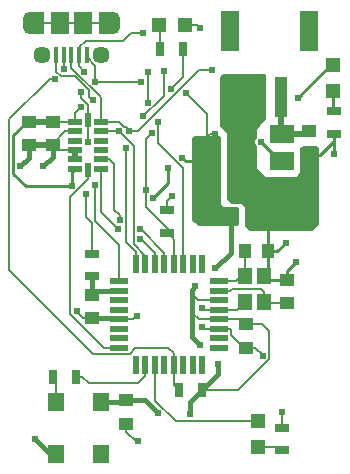
<source format=gbr>
G04 #@! TF.GenerationSoftware,KiCad,Pcbnew,5.0.0-fee4fd1~66~ubuntu16.04.1*
G04 #@! TF.CreationDate,2019-02-25T08:40:39-05:00*
G04 #@! TF.ProjectId,circuit,636972637569742E6B696361645F7063,rev?*
G04 #@! TF.SameCoordinates,Original*
G04 #@! TF.FileFunction,Copper,L1,Top,Signal*
G04 #@! TF.FilePolarity,Positive*
%FSLAX46Y46*%
G04 Gerber Fmt 4.6, Leading zero omitted, Abs format (unit mm)*
G04 Created by KiCad (PCBNEW 5.0.0-fee4fd1~66~ubuntu16.04.1) date Mon Feb 25 08:40:39 2019*
%MOMM*%
%LPD*%
G01*
G04 APERTURE LIST*
G04 #@! TA.AperFunction,SMDPad,CuDef*
%ADD10R,1.145000X0.550000*%
G04 #@! TD*
G04 #@! TA.AperFunction,SMDPad,CuDef*
%ADD11R,0.550000X1.145000*%
G04 #@! TD*
G04 #@! TA.AperFunction,SMDPad,CuDef*
%ADD12R,1.250000X1.000000*%
G04 #@! TD*
G04 #@! TA.AperFunction,SMDPad,CuDef*
%ADD13R,1.000000X1.250000*%
G04 #@! TD*
G04 #@! TA.AperFunction,SMDPad,CuDef*
%ADD14R,1.200000X1.200000*%
G04 #@! TD*
G04 #@! TA.AperFunction,SMDPad,CuDef*
%ADD15R,1.000000X3.500000*%
G04 #@! TD*
G04 #@! TA.AperFunction,SMDPad,CuDef*
%ADD16R,1.500000X3.400000*%
G04 #@! TD*
G04 #@! TA.AperFunction,SMDPad,CuDef*
%ADD17R,1.300000X0.700000*%
G04 #@! TD*
G04 #@! TA.AperFunction,SMDPad,CuDef*
%ADD18R,0.700000X1.300000*%
G04 #@! TD*
G04 #@! TA.AperFunction,SMDPad,CuDef*
%ADD19R,1.400000X1.500000*%
G04 #@! TD*
G04 #@! TA.AperFunction,SMDPad,CuDef*
%ADD20R,1.600000X0.550000*%
G04 #@! TD*
G04 #@! TA.AperFunction,SMDPad,CuDef*
%ADD21R,0.550000X1.600000*%
G04 #@! TD*
G04 #@! TA.AperFunction,SMDPad,CuDef*
%ADD22R,1.200000X1.400000*%
G04 #@! TD*
G04 #@! TA.AperFunction,SMDPad,CuDef*
%ADD23R,1.200000X1.900000*%
G04 #@! TD*
G04 #@! TA.AperFunction,ComponentPad*
%ADD24O,1.200000X1.900000*%
G04 #@! TD*
G04 #@! TA.AperFunction,SMDPad,CuDef*
%ADD25R,1.500000X1.900000*%
G04 #@! TD*
G04 #@! TA.AperFunction,ComponentPad*
%ADD26C,1.450000*%
G04 #@! TD*
G04 #@! TA.AperFunction,SMDPad,CuDef*
%ADD27R,0.400000X1.350000*%
G04 #@! TD*
G04 #@! TA.AperFunction,SMDPad,CuDef*
%ADD28R,2.000000X1.500000*%
G04 #@! TD*
G04 #@! TA.AperFunction,SMDPad,CuDef*
%ADD29R,2.000000X3.800000*%
G04 #@! TD*
G04 #@! TA.AperFunction,ViaPad*
%ADD30C,0.609600*%
G04 #@! TD*
G04 #@! TA.AperFunction,Conductor*
%ADD31C,0.508000*%
G04 #@! TD*
G04 #@! TA.AperFunction,Conductor*
%ADD32C,0.381000*%
G04 #@! TD*
G04 #@! TA.AperFunction,Conductor*
%ADD33C,0.254000*%
G04 #@! TD*
G04 #@! TA.AperFunction,Conductor*
%ADD34C,0.152400*%
G04 #@! TD*
G04 APERTURE END LIST*
D10*
G04 #@! TO.P,U3,6*
G04 #@! TO.N,VCC*
X189643800Y-88428580D03*
G04 #@! TO.P,U3,1*
X189643800Y-84428580D03*
G04 #@! TO.P,U3,5*
G04 #@! TO.N,GND*
X189643800Y-87628580D03*
G04 #@! TO.P,U3,2*
X189643800Y-85228580D03*
G04 #@! TO.P,U3,13*
G04 #@! TO.N,/miso*
X191838800Y-84428580D03*
G04 #@! TO.P,U3,12*
G04 #@! TO.N,/mosi*
X191838800Y-85228580D03*
G04 #@! TO.P,U3,8*
G04 #@! TO.N,/INT1*
X191838800Y-88428580D03*
G04 #@! TO.P,U3,9*
G04 #@! TO.N,/INT2*
X191838800Y-87628580D03*
G04 #@! TO.P,U3,*
G04 #@! TO.N,*
X189643800Y-86028580D03*
G04 #@! TO.P,U3,4*
G04 #@! TO.N,GND*
X189643800Y-86828580D03*
G04 #@! TO.P,U3,*
G04 #@! TO.N,*
X191838800Y-86028580D03*
X191838800Y-86828580D03*
D11*
G04 #@! TO.P,U3,14*
G04 #@! TO.N,/sck*
X190741300Y-84331080D03*
G04 #@! TO.P,U3,7*
G04 #@! TO.N,/Slave_Select*
X190741300Y-88526080D03*
G04 #@! TD*
D12*
G04 #@! TO.P,C1,1*
G04 #@! TO.N,VCC*
X193987420Y-108022640D03*
G04 #@! TO.P,C1,2*
G04 #@! TO.N,GND*
X193987420Y-110022640D03*
G04 #@! TD*
G04 #@! TO.P,C4,2*
G04 #@! TO.N,GND*
X207627220Y-97818700D03*
G04 #@! TO.P,C4,1*
G04 #@! TO.N,Net-(C4-Pad1)*
X207627220Y-99818700D03*
G04 #@! TD*
D13*
G04 #@! TO.P,C5,1*
G04 #@! TO.N,Net-(C5-Pad1)*
X204005940Y-95410020D03*
G04 #@! TO.P,C5,2*
G04 #@! TO.N,GND*
X206005940Y-95410020D03*
G04 #@! TD*
D12*
G04 #@! TO.P,C6,2*
G04 #@! TO.N,GND*
X191117220Y-101068380D03*
G04 #@! TO.P,C6,1*
G04 #@! TO.N,Net-(C6-Pad1)*
X191117220Y-99068380D03*
G04 #@! TD*
G04 #@! TO.P,C7,1*
G04 #@! TO.N,GND*
X204099160Y-103572060D03*
G04 #@! TO.P,C7,2*
G04 #@! TO.N,VCC*
X204099160Y-101572060D03*
G04 #@! TD*
D14*
G04 #@! TO.P,D1,1*
G04 #@! TO.N,GND*
X198948400Y-76248260D03*
G04 #@! TO.P,D1,2*
G04 #@! TO.N,Net-(D1-Pad2)*
X196748400Y-76248260D03*
G04 #@! TD*
G04 #@! TO.P,D2,2*
G04 #@! TO.N,/P_LED_1*
X205173580Y-109816720D03*
G04 #@! TO.P,D2,1*
G04 #@! TO.N,Net-(D2-Pad1)*
X205173580Y-112016720D03*
G04 #@! TD*
G04 #@! TO.P,D3,2*
G04 #@! TO.N,VCC*
X211528660Y-79651500D03*
G04 #@! TO.P,D3,1*
G04 #@! TO.N,Net-(D3-Pad1)*
X211528660Y-81851500D03*
G04 #@! TD*
D15*
G04 #@! TO.P,J1,1*
G04 #@! TO.N,/Battery+*
X207116680Y-82344260D03*
G04 #@! TO.P,J1,2*
G04 #@! TO.N,GND*
X205116680Y-82344260D03*
D16*
G04 #@! TO.P,J1,*
G04 #@! TO.N,*
X209466680Y-76794260D03*
X202766680Y-76794260D03*
G04 #@! TD*
D17*
G04 #@! TO.P,R1,1*
G04 #@! TO.N,GND*
X207180180Y-110368040D03*
G04 #@! TO.P,R1,2*
G04 #@! TO.N,Net-(D2-Pad1)*
X207180180Y-112268040D03*
G04 #@! TD*
D18*
G04 #@! TO.P,R2,1*
G04 #@! TO.N,/cardIN*
X198750000Y-78315820D03*
G04 #@! TO.P,R2,2*
G04 #@! TO.N,Net-(D1-Pad2)*
X196850000Y-78315820D03*
G04 #@! TD*
D17*
G04 #@! TO.P,R3,2*
G04 #@! TO.N,Net-(D3-Pad1)*
X211576920Y-83550720D03*
G04 #@! TO.P,R3,1*
G04 #@! TO.N,GND*
X211576920Y-85450720D03*
G04 #@! TD*
G04 #@! TO.P,R4,1*
G04 #@! TO.N,/cardIN*
X197464680Y-93847960D03*
G04 #@! TO.P,R4,2*
G04 #@! TO.N,GND*
X197464680Y-91947960D03*
G04 #@! TD*
D18*
G04 #@! TO.P,R5,2*
G04 #@! TO.N,/Neopix*
X189725380Y-106011980D03*
G04 #@! TO.P,R5,1*
G04 #@! TO.N,Net-(R5-Pad1)*
X187825380Y-106011980D03*
G04 #@! TD*
G04 #@! TO.P,R6,2*
G04 #@! TO.N,VCC*
X200367940Y-107188000D03*
G04 #@! TO.P,R6,1*
G04 #@! TO.N,/RESET*
X198467940Y-107188000D03*
G04 #@! TD*
D17*
G04 #@! TO.P,R7,1*
G04 #@! TO.N,VCC*
X191114680Y-95595400D03*
G04 #@! TO.P,R7,2*
G04 #@! TO.N,Net-(C6-Pad1)*
X191114680Y-97495400D03*
G04 #@! TD*
D19*
G04 #@! TO.P,U1,1*
G04 #@! TO.N,VCC*
X191843820Y-108157920D03*
G04 #@! TO.P,U1,2*
G04 #@! TO.N,Net-(R5-Pad1)*
X188043820Y-108157920D03*
G04 #@! TO.P,U1,4*
G04 #@! TO.N,Net-(U1-Pad4)*
X191843820Y-112557920D03*
G04 #@! TO.P,U1,3*
G04 #@! TO.N,GND*
X188043820Y-112557920D03*
G04 #@! TD*
D20*
G04 #@! TO.P,U4,1*
G04 #@! TO.N,Net-(U4-Pad1)*
X201856920Y-103556720D03*
G04 #@! TO.P,U4,2*
G04 #@! TO.N,Net-(U4-Pad2)*
X201856920Y-102756720D03*
G04 #@! TO.P,U4,3*
G04 #@! TO.N,GND*
X201856920Y-101956720D03*
G04 #@! TO.P,U4,4*
G04 #@! TO.N,VCC*
X201856920Y-101156720D03*
G04 #@! TO.P,U4,5*
G04 #@! TO.N,GND*
X201856920Y-100356720D03*
G04 #@! TO.P,U4,6*
G04 #@! TO.N,VCC*
X201856920Y-99556720D03*
G04 #@! TO.P,U4,7*
G04 #@! TO.N,Net-(C4-Pad1)*
X201856920Y-98756720D03*
G04 #@! TO.P,U4,8*
G04 #@! TO.N,Net-(C5-Pad1)*
X201856920Y-97956720D03*
D21*
G04 #@! TO.P,U4,9*
G04 #@! TO.N,Net-(U4-Pad9)*
X200406920Y-96506720D03*
G04 #@! TO.P,U4,10*
G04 #@! TO.N,Net-(U4-Pad10)*
X199606920Y-96506720D03*
G04 #@! TO.P,U4,11*
G04 #@! TO.N,/SD_Select*
X198806920Y-96506720D03*
G04 #@! TO.P,U4,12*
G04 #@! TO.N,/cardIN*
X198006920Y-96506720D03*
G04 #@! TO.P,U4,13*
G04 #@! TO.N,/INT2*
X197206920Y-96506720D03*
G04 #@! TO.P,U4,14*
G04 #@! TO.N,/INT1*
X196406920Y-96506720D03*
G04 #@! TO.P,U4,15*
G04 #@! TO.N,/mosi*
X195606920Y-96506720D03*
G04 #@! TO.P,U4,16*
G04 #@! TO.N,/miso*
X194806920Y-96506720D03*
D20*
G04 #@! TO.P,U4,17*
G04 #@! TO.N,/sck*
X193356920Y-97956720D03*
G04 #@! TO.P,U4,18*
G04 #@! TO.N,Net-(C6-Pad1)*
X193356920Y-98756720D03*
G04 #@! TO.P,U4,19*
G04 #@! TO.N,Net-(U4-Pad19)*
X193356920Y-99556720D03*
G04 #@! TO.P,U4,20*
G04 #@! TO.N,Net-(U4-Pad20)*
X193356920Y-100356720D03*
G04 #@! TO.P,U4,21*
G04 #@! TO.N,GND*
X193356920Y-101156720D03*
G04 #@! TO.P,U4,22*
G04 #@! TO.N,Net-(U4-Pad22)*
X193356920Y-101956720D03*
G04 #@! TO.P,U4,23*
G04 #@! TO.N,Net-(U4-Pad23)*
X193356920Y-102756720D03*
G04 #@! TO.P,U4,24*
G04 #@! TO.N,/Slave_Select*
X193356920Y-103556720D03*
D21*
G04 #@! TO.P,U4,25*
G04 #@! TO.N,Net-(U4-Pad25)*
X194806920Y-105006720D03*
G04 #@! TO.P,U4,26*
G04 #@! TO.N,/Neopix*
X195606920Y-105006720D03*
G04 #@! TO.P,U4,27*
G04 #@! TO.N,/P_LED_1*
X196406920Y-105006720D03*
G04 #@! TO.P,U4,28*
G04 #@! TO.N,Net-(U4-Pad28)*
X197206920Y-105006720D03*
G04 #@! TO.P,U4,29*
G04 #@! TO.N,/RESET*
X198006920Y-105006720D03*
G04 #@! TO.P,U4,30*
G04 #@! TO.N,Net-(U4-Pad30)*
X198806920Y-105006720D03*
G04 #@! TO.P,U4,31*
G04 #@! TO.N,Net-(U4-Pad31)*
X199606920Y-105006720D03*
G04 #@! TO.P,U4,32*
G04 #@! TO.N,Net-(U4-Pad32)*
X200406920Y-105006720D03*
G04 #@! TD*
D22*
G04 #@! TO.P,Y1,1*
G04 #@! TO.N,Net-(C4-Pad1)*
X205663700Y-99728200D03*
G04 #@! TO.P,Y1,2*
G04 #@! TO.N,GND*
X205663700Y-97528200D03*
G04 #@! TO.P,Y1,3*
G04 #@! TO.N,Net-(C5-Pad1)*
X204063700Y-97528200D03*
G04 #@! TO.P,Y1,4*
G04 #@! TO.N,GND*
X204063700Y-99728200D03*
G04 #@! TD*
D23*
G04 #@! TO.P,J5,6*
G04 #@! TO.N,GND*
X192249380Y-76083680D03*
X186449380Y-76083680D03*
D24*
X185849380Y-76083680D03*
X192849380Y-76083680D03*
D25*
X190349380Y-76083680D03*
D26*
X186849380Y-78783680D03*
D27*
G04 #@! TO.P,J5,3*
G04 #@! TO.N,/miso*
X189349380Y-78783680D03*
G04 #@! TO.P,J5,4*
G04 #@! TO.N,/RESET*
X188699380Y-78783680D03*
G04 #@! TO.P,J5,5*
G04 #@! TO.N,/mosi*
X188049380Y-78783680D03*
G04 #@! TO.P,J5,1*
G04 #@! TO.N,VCC*
X190649380Y-78783680D03*
G04 #@! TO.P,J5,2*
G04 #@! TO.N,/sck*
X189999380Y-78783680D03*
D26*
G04 #@! TO.P,J5,6*
G04 #@! TO.N,GND*
X191849380Y-78783680D03*
D25*
X188349380Y-76083680D03*
G04 #@! TD*
D12*
G04 #@! TO.P,C2,1*
G04 #@! TO.N,/Battery+*
X209494120Y-85248240D03*
G04 #@! TO.P,C2,2*
G04 #@! TO.N,GND*
X209494120Y-87248240D03*
G04 #@! TD*
D13*
G04 #@! TO.P,C3,2*
G04 #@! TO.N,GND*
X204819760Y-92458540D03*
G04 #@! TO.P,C3,1*
G04 #@! TO.N,VCC*
X202819760Y-92458540D03*
G04 #@! TD*
D28*
G04 #@! TO.P,U2,1*
G04 #@! TO.N,GND*
X207132320Y-90074780D03*
G04 #@! TO.P,U2,3*
G04 #@! TO.N,/Battery+*
X207132320Y-85474780D03*
G04 #@! TO.P,U2,2*
G04 #@! TO.N,VCC*
X207132320Y-87774780D03*
D29*
G04 #@! TO.P,U2,4*
X200832320Y-87774780D03*
G04 #@! TD*
D12*
G04 #@! TO.P,C8,1*
G04 #@! TO.N,VCC*
X187756800Y-84437980D03*
G04 #@! TO.P,C8,2*
G04 #@! TO.N,GND*
X187756800Y-86437980D03*
G04 #@! TD*
G04 #@! TO.P,C9,2*
G04 #@! TO.N,GND*
X185722260Y-86440520D03*
G04 #@! TO.P,C9,1*
G04 #@! TO.N,VCC*
X185722260Y-84440520D03*
G04 #@! TD*
D30*
G04 #@! TO.N,GND*
X185018680Y-88204040D03*
X186959240Y-88198960D03*
X211541360Y-87198200D03*
X206618840Y-92969080D03*
X208742280Y-93080840D03*
X209819240Y-92364560D03*
X209793840Y-90119200D03*
X203631800Y-81041240D03*
X202371960Y-82067400D03*
X202539600Y-84480400D03*
X207472280Y-94691200D03*
X208396840Y-96347280D03*
X205531720Y-104302560D03*
X207187800Y-109047280D03*
X194863720Y-100863400D03*
X194939920Y-111465360D03*
X186298840Y-111312960D03*
X197886320Y-90708480D03*
X200380600Y-100223320D03*
X200411080Y-101843840D03*
X189788800Y-100482400D03*
X200233280Y-76514960D03*
G04 #@! TO.N,/miso*
X193988709Y-86620331D03*
X194233800Y-85206840D03*
X201218800Y-80025240D03*
G04 #@! TO.N,/sck*
X190178709Y-81890851D03*
X190433801Y-80193039D03*
X195376800Y-76911200D03*
X190754000Y-86187280D03*
X191305400Y-89829640D03*
G04 #@! TO.N,/mosi*
X193344800Y-85222080D03*
X191135000Y-82621120D03*
X195417440Y-83987640D03*
X197175120Y-80142080D03*
G04 #@! TO.N,/RESET*
X188737240Y-80010000D03*
X187930809Y-80821511D03*
G04 #@! TO.N,/cardIN*
X195661280Y-90185240D03*
X197739000Y-81681320D03*
X196174360Y-85369400D03*
G04 #@! TO.N,/SD_Select*
X196707760Y-84424520D03*
X195817509Y-82833229D03*
X195803520Y-80218280D03*
G04 #@! TO.N,/INT2*
X195183760Y-93558360D03*
X193456560Y-92793230D03*
G04 #@! TO.N,/INT1*
X195135500Y-94343220D03*
X193273680Y-93532960D03*
G04 #@! TO.N,VCC*
X205369160Y-86172040D03*
X208528920Y-82392520D03*
X196712840Y-109128560D03*
X199420480Y-109143800D03*
X198699120Y-87467440D03*
X197551040Y-88346280D03*
X196225160Y-90911680D03*
X189392448Y-89875248D03*
X201503280Y-85481160D03*
X190124080Y-83200240D03*
X191358520Y-81046320D03*
X190545720Y-90591641D03*
X195275200Y-81102200D03*
X201538840Y-96814640D03*
X199842120Y-98348800D03*
X200197720Y-103352600D03*
X201762360Y-104947720D03*
X199044560Y-82021680D03*
G04 #@! TD*
D31*
G04 #@! TO.N,GND*
X187754260Y-86440520D02*
X187756800Y-86437980D01*
X185722260Y-86440520D02*
X187754260Y-86440520D01*
X189643800Y-86828580D02*
X189643800Y-87628580D01*
D32*
X193268580Y-101068380D02*
X193356920Y-101156720D01*
X191117220Y-101068380D02*
X193268580Y-101068380D01*
X185722260Y-87500460D02*
X185018680Y-88204040D01*
X185722260Y-86440520D02*
X185722260Y-87500460D01*
X187756800Y-87401400D02*
X186959240Y-88198960D01*
X187756800Y-86437980D02*
X187756800Y-87401400D01*
D33*
X210373120Y-87248240D02*
X209494120Y-87248240D01*
X210383400Y-87248240D02*
X210373120Y-87248240D01*
X211576920Y-86054720D02*
X210383400Y-87248240D01*
X211576920Y-85450720D02*
X211576920Y-86054720D01*
X209494120Y-87248240D02*
X209494120Y-87751920D01*
X211576920Y-87162640D02*
X211541360Y-87198200D01*
X211576920Y-85450720D02*
X211576920Y-87162640D01*
X206108300Y-92458540D02*
X206618840Y-92969080D01*
X204819760Y-92458540D02*
X206108300Y-92458540D01*
X209102960Y-93080840D02*
X209819240Y-92364560D01*
X208742280Y-93080840D02*
X209102960Y-93080840D01*
X209793840Y-87547960D02*
X209494120Y-87248240D01*
X209793840Y-90119200D02*
X209793840Y-87547960D01*
X204934820Y-82344260D02*
X203631800Y-81041240D01*
X205116680Y-82344260D02*
X204934820Y-82344260D01*
X202371960Y-84312760D02*
X202539600Y-84480400D01*
X202371960Y-82067400D02*
X202371960Y-84312760D01*
X205573760Y-92458540D02*
X206005940Y-92890720D01*
X206005940Y-92890720D02*
X206005940Y-95410020D01*
X204819760Y-92458540D02*
X205573760Y-92458540D01*
X206005940Y-97185960D02*
X205663700Y-97528200D01*
X206005940Y-95410020D02*
X206005940Y-97185960D01*
X205954200Y-97818700D02*
X205663700Y-97528200D01*
X207627220Y-97818700D02*
X205954200Y-97818700D01*
X206753460Y-95410020D02*
X207472280Y-94691200D01*
X206005940Y-95410020D02*
X206753460Y-95410020D01*
X207627220Y-97116900D02*
X208396840Y-96347280D01*
X207627220Y-97818700D02*
X207627220Y-97116900D01*
D34*
X204063700Y-99728200D02*
X204020240Y-99728200D01*
X203391720Y-100356720D02*
X201856920Y-100356720D01*
X204020240Y-99728200D02*
X203391720Y-100356720D01*
X202809320Y-101956720D02*
X201856920Y-101956720D01*
X202885521Y-102032921D02*
X202809320Y-101956720D01*
X202885521Y-102483421D02*
X202885521Y-102032921D01*
X203974160Y-103572060D02*
X202885521Y-102483421D01*
X204099160Y-103572060D02*
X203974160Y-103572060D01*
X204876560Y-103572060D02*
X205531720Y-104227220D01*
X205531720Y-104227220D02*
X205531720Y-104302560D01*
X204099160Y-103572060D02*
X204876560Y-103572060D01*
X207180180Y-109054900D02*
X207187800Y-109047280D01*
X207180180Y-110368040D02*
X207180180Y-109054900D01*
X194570400Y-101156720D02*
X194863720Y-100863400D01*
X193356920Y-101156720D02*
X194570400Y-101156720D01*
X194777740Y-111465360D02*
X194939920Y-111465360D01*
X193987420Y-110675040D02*
X194777740Y-111465360D01*
X193987420Y-110022640D02*
X193987420Y-110675040D01*
D32*
X187543800Y-112557920D02*
X186298840Y-111312960D01*
X188043820Y-112557920D02*
X187543800Y-112557920D01*
D34*
X187446980Y-76083680D02*
X186449380Y-76083680D01*
X188349380Y-76083680D02*
X187446980Y-76083680D01*
X191251780Y-76083680D02*
X192249380Y-76083680D01*
X190349380Y-76083680D02*
X191251780Y-76083680D01*
X188349380Y-76083680D02*
X190349380Y-76083680D01*
X197464680Y-91130120D02*
X197886320Y-90708480D01*
X197464680Y-91947960D02*
X197464680Y-91130120D01*
X200514000Y-100356720D02*
X200380600Y-100223320D01*
X201856920Y-100356720D02*
X200514000Y-100356720D01*
X200523960Y-101956720D02*
X200411080Y-101843840D01*
X201856920Y-101956720D02*
X200523960Y-101956720D01*
X189788800Y-100517360D02*
X189788800Y-100482400D01*
X190339820Y-101068380D02*
X189788800Y-100517360D01*
X191117220Y-101068380D02*
X190339820Y-101068380D01*
X199966580Y-76248260D02*
X200233280Y-76514960D01*
X198948400Y-76248260D02*
X199966580Y-76248260D01*
X187756800Y-86437980D02*
X188027820Y-86437980D01*
X188418420Y-86828580D02*
X189643800Y-86828580D01*
X188027820Y-86437980D02*
X188418420Y-86828580D01*
X188918900Y-85228580D02*
X189643800Y-85228580D01*
X187756800Y-86309200D02*
X188837420Y-85228580D01*
X188837420Y-85228580D02*
X188918900Y-85228580D01*
X187756800Y-86437980D02*
X187756800Y-86309200D01*
D31*
G04 #@! TO.N,/Battery+*
X207116680Y-85459140D02*
X207132320Y-85474780D01*
X207116680Y-82344260D02*
X207116680Y-85459140D01*
X209267580Y-85474780D02*
X209494120Y-85248240D01*
X207132320Y-85474780D02*
X209267580Y-85474780D01*
D34*
G04 #@! TO.N,Net-(D1-Pad2)*
X196850000Y-76349860D02*
X196748400Y-76248260D01*
X196850000Y-78315820D02*
X196850000Y-76349860D01*
G04 #@! TO.N,Net-(D2-Pad1)*
X206928860Y-112016720D02*
X207180180Y-112268040D01*
X205173580Y-112016720D02*
X206928860Y-112016720D01*
G04 #@! TO.N,/P_LED_1*
X205173580Y-109816720D02*
X198157920Y-109816720D01*
X196406920Y-108065720D02*
X196406920Y-105006720D01*
X198157920Y-109816720D02*
X196406920Y-108065720D01*
D33*
G04 #@! TO.N,Net-(D3-Pad1)*
X211528660Y-83502460D02*
X211576920Y-83550720D01*
X211528660Y-81851500D02*
X211528660Y-83502460D01*
D34*
G04 #@! TO.N,/miso*
X189349380Y-79862960D02*
X189349380Y-78783680D01*
X191838800Y-82352380D02*
X189349380Y-79862960D01*
X191838800Y-84428580D02*
X191838800Y-82352380D01*
X193989961Y-92537197D02*
X193988709Y-92535945D01*
X193988709Y-92535945D02*
X193988709Y-86620331D01*
X193989961Y-93049263D02*
X193989961Y-92537197D01*
X194806920Y-95451304D02*
X193988709Y-94633093D01*
X194806920Y-96506720D02*
X194806920Y-95451304D01*
X193988709Y-94633093D02*
X193988709Y-93050515D01*
X193988709Y-93050515D02*
X193989961Y-93049263D01*
X192563700Y-84428580D02*
X191838800Y-84428580D01*
X193340734Y-84428580D02*
X192563700Y-84428580D01*
X193814195Y-84902041D02*
X193340734Y-84428580D01*
X193929001Y-84902041D02*
X193814195Y-84902041D01*
X194233800Y-85206840D02*
X193929001Y-84902041D01*
X194987674Y-85206840D02*
X197850760Y-82343754D01*
X194233800Y-85206840D02*
X194987674Y-85206840D01*
X197850760Y-82343754D02*
X197850760Y-82331560D01*
X200157080Y-80025240D02*
X201218800Y-80025240D01*
X197850760Y-82331560D02*
X200157080Y-80025240D01*
G04 #@! TO.N,/sck*
X190178709Y-82454263D02*
X190178709Y-81890851D01*
X190741300Y-83016854D02*
X190178709Y-82454263D01*
X190741300Y-84331080D02*
X190741300Y-83016854D01*
X189999380Y-79758618D02*
X189999380Y-78783680D01*
X190433801Y-80193039D02*
X189999380Y-79758618D01*
X189999380Y-78147198D02*
X190564818Y-77581760D01*
X189999380Y-78783680D02*
X189999380Y-78147198D01*
X190564818Y-77581760D02*
X193741040Y-77581760D01*
X194411600Y-76911200D02*
X195376800Y-76911200D01*
X193741040Y-77581760D02*
X194411600Y-76911200D01*
X193356920Y-97529320D02*
X193356920Y-97956720D01*
X193356920Y-94860800D02*
X193356920Y-97529320D01*
X191305400Y-92809280D02*
X193356920Y-94860800D01*
X191305400Y-89829640D02*
X191305400Y-92809280D01*
X190754000Y-84343780D02*
X190741300Y-84331080D01*
X190754000Y-86187280D02*
X190754000Y-84343780D01*
G04 #@! TO.N,/mosi*
X193338300Y-85228580D02*
X193344800Y-85222080D01*
X191838800Y-85228580D02*
X193338300Y-85228580D01*
X190830201Y-82316321D02*
X190830201Y-81788001D01*
X191135000Y-82621120D02*
X190830201Y-82316321D01*
X190830201Y-81788001D02*
X189616080Y-80573880D01*
X189616080Y-80573880D02*
X188437520Y-80573880D01*
X188049380Y-80185740D02*
X188049380Y-78783680D01*
X188437520Y-80573880D02*
X188049380Y-80185740D01*
X195606920Y-95820238D02*
X194599560Y-94812878D01*
X195606920Y-96506720D02*
X195606920Y-95820238D01*
X194599560Y-86476840D02*
X193344800Y-85222080D01*
X194599560Y-94812878D02*
X194599560Y-86476840D01*
X195417440Y-83987640D02*
X196895720Y-82509360D01*
X196895720Y-82509360D02*
X196895720Y-82504280D01*
X197175120Y-82224880D02*
X197175120Y-80142080D01*
X196895720Y-82504280D02*
X197175120Y-82224880D01*
G04 #@! TO.N,/RESET*
X198006920Y-106726980D02*
X198467940Y-107188000D01*
X198006920Y-105006720D02*
X198006920Y-106726980D01*
X188699380Y-79972140D02*
X188737240Y-80010000D01*
X188699380Y-78783680D02*
X188699380Y-79972140D01*
X187930809Y-80821511D02*
X187499757Y-80821511D01*
X194263358Y-104063800D02*
X194735798Y-103591360D01*
X184078869Y-96957875D02*
X191184794Y-104063800D01*
X187499757Y-80821511D02*
X184078869Y-84242399D01*
X191184794Y-104063800D02*
X194263358Y-104063800D01*
X184078869Y-84242399D02*
X184078869Y-96957875D01*
X198006920Y-104054320D02*
X198006920Y-105006720D01*
X197543960Y-103591360D02*
X198006920Y-104054320D01*
X194735798Y-103591360D02*
X197543960Y-103591360D01*
G04 #@! TO.N,/Neopix*
X190227780Y-106011980D02*
X190799280Y-106583480D01*
X189725380Y-106011980D02*
X190227780Y-106011980D01*
X195606920Y-105959120D02*
X195606920Y-105006720D01*
X194982560Y-106583480D02*
X195606920Y-105959120D01*
X190799280Y-106583480D02*
X194982560Y-106583480D01*
G04 #@! TO.N,/cardIN*
X195661280Y-91679080D02*
X195661280Y-90185240D01*
X197703160Y-93720960D02*
X195661280Y-91679080D01*
X198006920Y-94390200D02*
X197464680Y-93847960D01*
X198006920Y-96506720D02*
X198006920Y-94390200D01*
X198750000Y-80670320D02*
X197739000Y-81681320D01*
X198750000Y-78315820D02*
X198750000Y-80670320D01*
X195661280Y-85882480D02*
X195661280Y-90185240D01*
X196174360Y-85369400D02*
X195661280Y-85882480D01*
G04 #@! TO.N,Net-(C4-Pad1)*
X202809320Y-98756720D02*
X201856920Y-98756720D01*
X205663700Y-99728200D02*
X205663700Y-98875800D01*
X205405940Y-98618040D02*
X202948000Y-98618040D01*
X205663700Y-98875800D02*
X205405940Y-98618040D01*
X202948000Y-98618040D02*
X202809320Y-98756720D01*
X205754200Y-99818700D02*
X205663700Y-99728200D01*
X207627220Y-99818700D02*
X205754200Y-99818700D01*
G04 #@! TO.N,Net-(C5-Pad1)*
X204063700Y-97528200D02*
X203736120Y-97528200D01*
X203307600Y-97956720D02*
X201856920Y-97956720D01*
X203736120Y-97528200D02*
X203307600Y-97956720D01*
X204005940Y-97470440D02*
X204063700Y-97528200D01*
X204005940Y-95410020D02*
X204005940Y-97470440D01*
D32*
G04 #@! TO.N,Net-(C6-Pad1)*
X191428880Y-98756720D02*
X193356920Y-98756720D01*
X191117220Y-99068380D02*
X191428880Y-98756720D01*
X191114680Y-99065840D02*
X191117220Y-99068380D01*
X191114680Y-97495400D02*
X191114680Y-99065840D01*
D34*
G04 #@! TO.N,Net-(R5-Pad1)*
X188043820Y-106230420D02*
X187825380Y-106011980D01*
X188043820Y-108157920D02*
X188043820Y-106230420D01*
G04 #@! TO.N,/SD_Select*
X196707760Y-86265514D02*
X196707760Y-84424520D01*
X198806920Y-88364674D02*
X196707760Y-86265514D01*
X198806920Y-96506720D02*
X198806920Y-88364674D01*
X195817509Y-80232269D02*
X195803520Y-80218280D01*
X195817509Y-82833229D02*
X195817509Y-80232269D01*
G04 #@! TO.N,/Slave_Select*
X190741300Y-89250980D02*
X190741300Y-88526080D01*
X190741300Y-89315830D02*
X190741300Y-89250980D01*
X192073686Y-103556720D02*
X189255399Y-100738433D01*
X189255399Y-90801731D02*
X190741300Y-89315830D01*
X189255399Y-100738433D02*
X189255399Y-90801731D01*
X193356920Y-103556720D02*
X192073686Y-103556720D01*
G04 #@! TO.N,/INT2*
X193456560Y-92362178D02*
X192971420Y-91877038D01*
X193456560Y-92793230D02*
X193456560Y-92362178D01*
X192971420Y-88036300D02*
X192563700Y-87628580D01*
X192563700Y-87628580D02*
X191838800Y-87628580D01*
X192971420Y-91877038D02*
X192971420Y-88036300D01*
X197206920Y-95554320D02*
X195210960Y-93558360D01*
X195210960Y-93558360D02*
X195183760Y-93558360D01*
X197206920Y-96506720D02*
X197206920Y-95554320D01*
G04 #@! TO.N,/INT1*
X196406920Y-95554320D02*
X195195820Y-94343220D01*
X195195820Y-94343220D02*
X195135500Y-94343220D01*
X196406920Y-96506720D02*
X196406920Y-95554320D01*
X191838800Y-92098080D02*
X191838800Y-88428580D01*
X193273680Y-93532960D02*
X191838800Y-92098080D01*
D31*
G04 #@! TO.N,VCC*
X187754260Y-84440520D02*
X187756800Y-84437980D01*
X185722260Y-84440520D02*
X187754260Y-84440520D01*
D33*
X207132320Y-87774780D02*
X206882320Y-87774780D01*
X206971900Y-87774780D02*
X205369160Y-86172040D01*
X207132320Y-87774780D02*
X206971900Y-87774780D01*
X211269940Y-79651500D02*
X211528660Y-79651500D01*
X208528920Y-82392520D02*
X211269940Y-79651500D01*
D34*
X203683820Y-101156720D02*
X204099160Y-101572060D01*
X201856920Y-101156720D02*
X203683820Y-101156720D01*
X206065121Y-104558593D02*
X206065121Y-102133401D01*
X203435714Y-107188000D02*
X206065121Y-104558593D01*
X200367940Y-107188000D02*
X203435714Y-107188000D01*
X205503780Y-101572060D02*
X204099160Y-101572060D01*
X206065121Y-102133401D02*
X205503780Y-101572060D01*
D32*
X193852140Y-108157920D02*
X193987420Y-108022640D01*
X191843820Y-108157920D02*
X193852140Y-108157920D01*
X195606920Y-108022640D02*
X196712840Y-109128560D01*
X193987420Y-108022640D02*
X195606920Y-108022640D01*
X199420480Y-108135460D02*
X200367940Y-107188000D01*
X199420480Y-109143800D02*
X199420480Y-108135460D01*
X193987420Y-108022640D02*
X194227200Y-108022640D01*
D33*
X199006460Y-87774780D02*
X198699120Y-87467440D01*
X200832320Y-87774780D02*
X199006460Y-87774780D01*
X197551040Y-89585800D02*
X196225160Y-90911680D01*
X197551040Y-88346280D02*
X197551040Y-89585800D01*
X189392448Y-88679932D02*
X189643800Y-88428580D01*
X189392448Y-89875248D02*
X189392448Y-88679932D01*
X189392448Y-89875248D02*
X185460528Y-89875248D01*
X185597260Y-84440520D02*
X185722260Y-84440520D01*
X184434479Y-85603301D02*
X185597260Y-84440520D01*
X184434479Y-88849199D02*
X184434479Y-85603301D01*
X185460528Y-89875248D02*
X184434479Y-88849199D01*
D34*
X201073540Y-85481160D02*
X201503280Y-85481160D01*
X200832320Y-85722380D02*
X201073540Y-85481160D01*
X200832320Y-87774780D02*
X200832320Y-85722380D01*
X189643800Y-83680520D02*
X190124080Y-83200240D01*
X189643800Y-84428580D02*
X189643800Y-83680520D01*
X191358520Y-79704150D02*
X190649380Y-78995010D01*
X190649380Y-78995010D02*
X190649380Y-78783680D01*
X191358520Y-81046320D02*
X191358520Y-79704150D01*
X190545720Y-92480666D02*
X190545720Y-90591641D01*
X191114680Y-93049626D02*
X190545720Y-92480666D01*
X191114680Y-95595400D02*
X191114680Y-93049626D01*
X195219320Y-81046320D02*
X195275200Y-81102200D01*
X191358520Y-81046320D02*
X195219320Y-81046320D01*
D32*
X202819760Y-95533720D02*
X201538840Y-96814640D01*
X202819760Y-92458540D02*
X202819760Y-95533720D01*
X199537321Y-102692201D02*
X200197720Y-103352600D01*
X199842120Y-98348800D02*
X199537321Y-98653599D01*
X201762360Y-105793580D02*
X200367940Y-107188000D01*
X201762360Y-104947720D02*
X201762360Y-105793580D01*
D34*
X199537321Y-99034600D02*
X199567800Y-99034600D01*
D32*
X199537321Y-98653599D02*
X199537321Y-99034600D01*
D34*
X200089920Y-99556720D02*
X201856920Y-99556720D01*
X199567800Y-99034600D02*
X200089920Y-99556720D01*
X199537321Y-100594160D02*
X199552560Y-100594160D01*
D32*
X199537321Y-99034600D02*
X199537321Y-100594160D01*
X199537321Y-100594160D02*
X199537321Y-102692201D01*
D34*
X200115120Y-101156720D02*
X201856920Y-101156720D01*
X199552560Y-100594160D02*
X200115120Y-101156720D01*
X200832320Y-83809440D02*
X200832320Y-87774780D01*
X199044560Y-82021680D02*
X200832320Y-83809440D01*
X189634400Y-84437980D02*
X189643800Y-84428580D01*
X187756800Y-84437980D02*
X189634400Y-84437980D01*
G04 #@! TD*
G04 #@! TO.N,GND*
G36*
X205765400Y-84225316D02*
X204964758Y-85025958D01*
X204948240Y-85050680D01*
X204942440Y-85079840D01*
X204942440Y-85844418D01*
X204916965Y-85869893D01*
X204835760Y-86065940D01*
X204835760Y-86278140D01*
X204916965Y-86474187D01*
X204942440Y-86499662D01*
X204942440Y-88381840D01*
X204948240Y-88411000D01*
X204964758Y-88435722D01*
X205716598Y-89187562D01*
X205741320Y-89204080D01*
X205770480Y-89209880D01*
X208351120Y-89209880D01*
X208380280Y-89204080D01*
X208405002Y-89187562D01*
X208730122Y-88862442D01*
X208746640Y-88837720D01*
X208752440Y-88808560D01*
X208752440Y-86787804D01*
X208921164Y-86619080D01*
X210077236Y-86619080D01*
X210225640Y-86767484D01*
X210225640Y-93059436D01*
X209706396Y-93578680D01*
X204455844Y-93578680D01*
X204165200Y-93288036D01*
X204165200Y-91749880D01*
X204159400Y-91720720D01*
X204142882Y-91695998D01*
X203802522Y-91355638D01*
X203777800Y-91339120D01*
X203748640Y-91333320D01*
X202931844Y-91333320D01*
X202570080Y-90971556D01*
X202570080Y-85328760D01*
X202564280Y-85299600D01*
X202547762Y-85274878D01*
X202031600Y-84758716D01*
X202031600Y-80671484D01*
X202240964Y-80462120D01*
X205765400Y-80462120D01*
X205765400Y-84225316D01*
X205765400Y-84225316D01*
G37*
X205765400Y-84225316D02*
X204964758Y-85025958D01*
X204948240Y-85050680D01*
X204942440Y-85079840D01*
X204942440Y-85844418D01*
X204916965Y-85869893D01*
X204835760Y-86065940D01*
X204835760Y-86278140D01*
X204916965Y-86474187D01*
X204942440Y-86499662D01*
X204942440Y-88381840D01*
X204948240Y-88411000D01*
X204964758Y-88435722D01*
X205716598Y-89187562D01*
X205741320Y-89204080D01*
X205770480Y-89209880D01*
X208351120Y-89209880D01*
X208380280Y-89204080D01*
X208405002Y-89187562D01*
X208730122Y-88862442D01*
X208746640Y-88837720D01*
X208752440Y-88808560D01*
X208752440Y-86787804D01*
X208921164Y-86619080D01*
X210077236Y-86619080D01*
X210225640Y-86767484D01*
X210225640Y-93059436D01*
X209706396Y-93578680D01*
X204455844Y-93578680D01*
X204165200Y-93288036D01*
X204165200Y-91749880D01*
X204159400Y-91720720D01*
X204142882Y-91695998D01*
X203802522Y-91355638D01*
X203777800Y-91339120D01*
X203748640Y-91333320D01*
X202931844Y-91333320D01*
X202570080Y-90971556D01*
X202570080Y-85328760D01*
X202564280Y-85299600D01*
X202547762Y-85274878D01*
X202031600Y-84758716D01*
X202031600Y-80671484D01*
X202240964Y-80462120D01*
X205765400Y-80462120D01*
X205765400Y-84225316D01*
G04 #@! TO.N,VCC*
G36*
X201945240Y-91506040D02*
X201951040Y-91535200D01*
X201967558Y-91559922D01*
X202104718Y-91697082D01*
X202129440Y-91713600D01*
X202158600Y-91719400D01*
X203351316Y-91719400D01*
X203448920Y-91817004D01*
X203448920Y-93125476D01*
X203361476Y-93212920D01*
X200168324Y-93212920D01*
X199674480Y-92719076D01*
X199674480Y-85853084D01*
X199777164Y-85750400D01*
X201945240Y-85750400D01*
X201945240Y-91506040D01*
X201945240Y-91506040D01*
G37*
X201945240Y-91506040D02*
X201951040Y-91535200D01*
X201967558Y-91559922D01*
X202104718Y-91697082D01*
X202129440Y-91713600D01*
X202158600Y-91719400D01*
X203351316Y-91719400D01*
X203448920Y-91817004D01*
X203448920Y-93125476D01*
X203361476Y-93212920D01*
X200168324Y-93212920D01*
X199674480Y-92719076D01*
X199674480Y-85853084D01*
X199777164Y-85750400D01*
X201945240Y-85750400D01*
X201945240Y-91506040D01*
G04 #@! TD*
M02*

</source>
